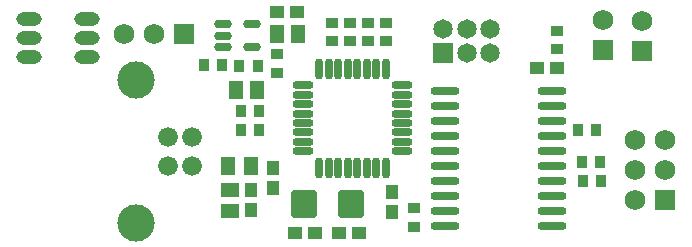
<source format=gts>
G04 Layer_Color=8388736*
%FSLAX24Y24*%
%MOIN*%
G70*
G01*
G75*
%ADD48R,0.0414X0.0335*%
%ADD49R,0.0335X0.0414*%
%ADD50O,0.0965X0.0296*%
%ADD51R,0.0454X0.0414*%
%ADD52R,0.0414X0.0454*%
G04:AMPARAMS|DCode=53|XSize=96.5mil|YSize=88.7mil|CornerRadius=15.4mil|HoleSize=0mil|Usage=FLASHONLY|Rotation=90.000|XOffset=0mil|YOffset=0mil|HoleType=Round|Shape=RoundedRectangle|*
%AMROUNDEDRECTD53*
21,1,0.0965,0.0579,0,0,90.0*
21,1,0.0657,0.0887,0,0,90.0*
1,1,0.0308,0.0289,0.0329*
1,1,0.0308,0.0289,-0.0329*
1,1,0.0308,-0.0289,-0.0329*
1,1,0.0308,-0.0289,0.0329*
%
%ADD53ROUNDEDRECTD53*%
%ADD54O,0.0709X0.0276*%
%ADD55O,0.0276X0.0709*%
%ADD56R,0.0513X0.0631*%
%ADD57O,0.0591X0.0296*%
%ADD58R,0.0631X0.0513*%
%ADD59R,0.0473X0.0611*%
%ADD60O,0.0847X0.0454*%
%ADD61C,0.0690*%
%ADD62R,0.0690X0.0690*%
%ADD63C,0.0650*%
%ADD64R,0.0650X0.0650*%
%ADD65R,0.0690X0.0690*%
%ADD66C,0.0660*%
%ADD67C,0.1241*%
D48*
X40876Y33819D02*
D03*
Y34429D02*
D03*
X36102Y27904D02*
D03*
Y28514D02*
D03*
X35177Y34085D02*
D03*
Y34695D02*
D03*
X34577Y34085D02*
D03*
Y34695D02*
D03*
X33976Y34085D02*
D03*
Y34695D02*
D03*
X33376Y34695D02*
D03*
Y34085D02*
D03*
X31555Y33651D02*
D03*
Y33041D02*
D03*
D49*
X41565Y31112D02*
D03*
X42175D02*
D03*
X42323Y30049D02*
D03*
X41713D02*
D03*
X42342Y29439D02*
D03*
X41732D02*
D03*
X29714Y33278D02*
D03*
X29104D02*
D03*
X30945Y31742D02*
D03*
X30335D02*
D03*
X30945Y31132D02*
D03*
X30335D02*
D03*
X30905Y33258D02*
D03*
X30295D02*
D03*
D50*
X40728Y27917D02*
D03*
Y28417D02*
D03*
Y28917D02*
D03*
Y29417D02*
D03*
Y29917D02*
D03*
Y30417D02*
D03*
Y30917D02*
D03*
Y31417D02*
D03*
Y31917D02*
D03*
Y32417D02*
D03*
X37146Y27917D02*
D03*
Y28417D02*
D03*
Y28917D02*
D03*
Y29417D02*
D03*
Y29917D02*
D03*
Y30417D02*
D03*
Y30917D02*
D03*
Y31417D02*
D03*
Y31917D02*
D03*
Y32417D02*
D03*
D51*
X40207Y33199D02*
D03*
X40876D02*
D03*
X32156Y27677D02*
D03*
X32825D02*
D03*
X34281Y27676D02*
D03*
X33612D02*
D03*
X32224Y35049D02*
D03*
X31555D02*
D03*
D52*
X35374Y28396D02*
D03*
Y29065D02*
D03*
X31398Y29183D02*
D03*
Y29852D02*
D03*
X30669Y29124D02*
D03*
Y28455D02*
D03*
D53*
X34006Y28671D02*
D03*
X32431D02*
D03*
D54*
X32411Y30413D02*
D03*
Y30728D02*
D03*
Y31043D02*
D03*
Y31358D02*
D03*
Y31673D02*
D03*
Y31988D02*
D03*
Y32303D02*
D03*
Y32618D02*
D03*
X35719D02*
D03*
Y32303D02*
D03*
Y31988D02*
D03*
Y31673D02*
D03*
Y31358D02*
D03*
Y31043D02*
D03*
Y30728D02*
D03*
Y30413D02*
D03*
D55*
X32963Y33169D02*
D03*
X33278D02*
D03*
X33593D02*
D03*
X33907D02*
D03*
X34222D02*
D03*
X34537D02*
D03*
X34852D02*
D03*
X35167D02*
D03*
Y29862D02*
D03*
X34852D02*
D03*
X34537D02*
D03*
X34222D02*
D03*
X33907D02*
D03*
X33593D02*
D03*
X33278D02*
D03*
X32963D02*
D03*
D56*
X30896Y32470D02*
D03*
X30187D02*
D03*
X31555Y34341D02*
D03*
X32264D02*
D03*
D57*
X29744Y33898D02*
D03*
X30728D02*
D03*
X29744Y34646D02*
D03*
X30728D02*
D03*
X29744Y34272D02*
D03*
D58*
X29970Y29124D02*
D03*
Y28415D02*
D03*
D59*
X30669Y29911D02*
D03*
X29921D02*
D03*
D60*
X25217Y33563D02*
D03*
Y34193D02*
D03*
Y34823D02*
D03*
X23287Y33563D02*
D03*
Y34193D02*
D03*
Y34823D02*
D03*
D61*
X43488Y30799D02*
D03*
X44488D02*
D03*
X43488Y29799D02*
D03*
Y28799D02*
D03*
X44488Y29799D02*
D03*
X43730Y34760D02*
D03*
X42421Y34789D02*
D03*
X27451Y34331D02*
D03*
X26451D02*
D03*
D62*
X44488Y28799D02*
D03*
X43730Y33760D02*
D03*
X42421Y33789D02*
D03*
D63*
X38661Y34478D02*
D03*
Y33691D02*
D03*
X37874Y34478D02*
D03*
X37087D02*
D03*
X37874Y33691D02*
D03*
D64*
X37087D02*
D03*
D65*
X28451Y34331D02*
D03*
D66*
X28715Y29919D02*
D03*
X27927D02*
D03*
X28715Y30904D02*
D03*
X27927D02*
D03*
D67*
X26860Y28041D02*
D03*
Y32782D02*
D03*
M02*

</source>
